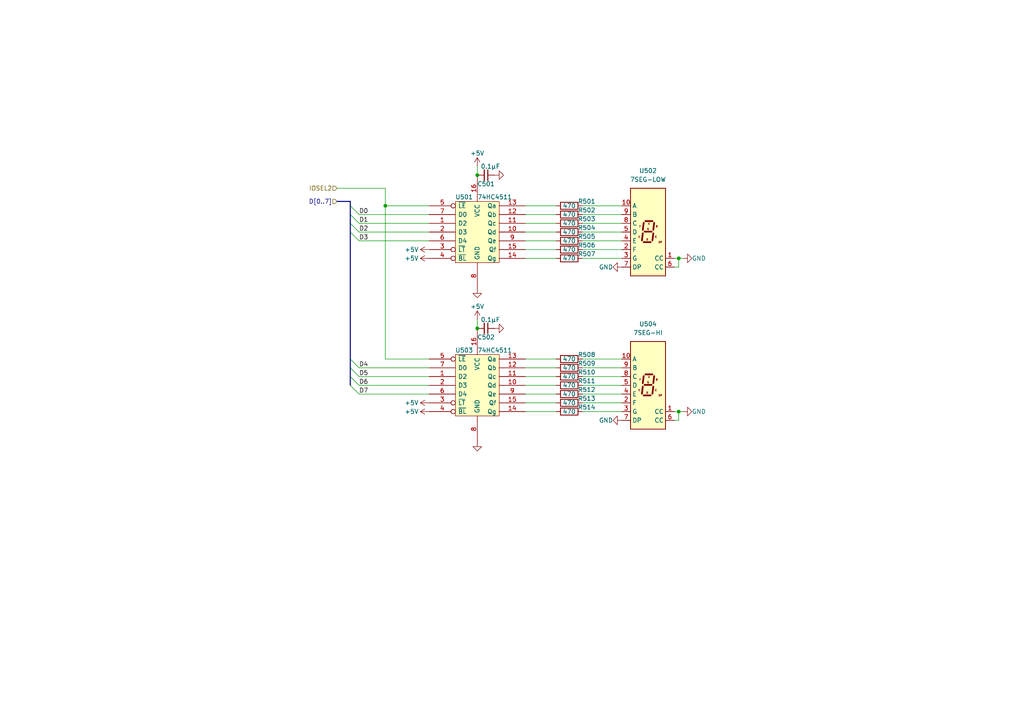
<source format=kicad_sch>
(kicad_sch (version 20211123) (generator eeschema)
  (paper "A4")
  (title_block (title "Computer") (date "2021-02-23") (rev "v1.0") (company "B.W. Harrison") (comment 1 "result in unpredictable data being stored in the latches.") (comment 2 "To reduce the number of ICs, the WR line is not checked. Trying to read the IO port will") (comment 3 "D[0..3] is the low-order digit, D[4..7] is the high-order digit.") (comment 4 "Two seven-segment displays with BCD inputs."))
  (lib_symbols
    (symbol "4xxx_IEEE:74HC4511" (pin_names (offset 0.762))
      (property "Reference" "U" (at -3.81 10.16 0))
      (property "Value" "74HC4511" (at 5.08 10.16 0))
      (symbol "74HC4511_0_1"
        (rectangle (start -6.35 8.89) (end 6.35 -8.89) (fill (type background)))
      )
      (symbol "74HC4511_1_1"
        (pin input line (at -13.97 2.54 0) (length 7.62) (name "D2") (number "1"))
        (pin output line (at 13.97 0 180) (length 7.62) (name "Qd") (number "10"))
        (pin output line (at 13.97 2.54 180) (length 7.62) (name "Qc") (number "11"))
        (pin output line (at 13.97 5.08 180) (length 7.62) (name "Qb") (number "12"))
        (pin output line (at 13.97 7.62 180) (length 7.62) (name "Qa") (number "13"))
        (pin output line (at 13.97 -7.62 180) (length 7.62) (name "Qg") (number "14"))
        (pin output line (at 13.97 -5.08 180) (length 7.62) (name "Qf") (number "15"))
        (pin power_in line (at 0 16.51 270) (length 7.62) (name "VCC") (number "16"))
        (pin input line (at -13.97 0 0) (length 7.62) (name "D3") (number "2"))
        (pin input inverted (at -13.97 -5.08 0) (length 7.62) (name "~{LT}") (number "3"))
        (pin input inverted (at -13.97 -7.62 0) (length 7.62) (name "~{BL}") (number "4"))
        (pin input inverted (at -13.97 7.62 0) (length 7.62) (name "~{LE}") (number "5"))
        (pin input line (at -13.97 -2.54 0) (length 7.62) (name "D4") (number "6"))
        (pin input line (at -13.97 5.08 0) (length 7.62) (name "D0") (number "7"))
        (pin power_in line (at 0 -16.51 90) (length 7.62) (name "GND") (number "8"))
        (pin output line (at 13.97 -2.54 180) (length 7.62) (name "Qe") (number "9"))
      )
    )
    (symbol "Device:C_Small" (pin_numbers hide) (pin_names (offset 0.254) hide)
      (property "Reference" "C" (at 0.254 1.778 0))
      (property "Value" "C_Small" (at 0.254 -2.032 0))
      (symbol "C_Small_0_1"
        (polyline (pts (xy -1.524 -0.508) (xy 1.524 -0.508)) (stroke (width 0.3302)))
        (polyline (pts (xy -1.524 0.508) (xy 1.524 0.508)) (stroke (width 0.3048)))
      )
      (symbol "C_Small_1_1"
        (pin passive line (at 0 2.54 270) (length 2.032) (name "~") (number "1"))
        (pin passive line (at 0 -2.54 90) (length 2.032) (name "~") (number "2"))
      )
    )
    (symbol "Device:R" (pin_numbers hide) (pin_names (offset 0))
      (property "Reference" "R" (at 2.032 0 90))
      (property "Value" "R" (at 0 0 90))
      (symbol "R_0_1"
        (rectangle (start -1.016 -2.54) (end 1.016 2.54) (stroke (width 0.254)))
      )
      (symbol "R_1_1"
        (pin passive line (at 0 3.81 270) (length 1.27) (name "~") (number "1"))
        (pin passive line (at 0 -3.81 90) (length 1.27) (name "~") (number "2"))
      )
    )
    (symbol "Display_Character:HDSP-7503"
      (property "Reference" "U" (at -3.81 13.97 0))
      (property "Value" "HDSP-7503" (at 6.35 13.97 0))
      (symbol "HDSP-7503_1_0"
        (text "A" (at 0.254 2.413 0) (effects (font (size 0.508 0.508))))
        (text "B" (at 2.54 1.651 0) (effects (font (size 0.508 0.508))))
        (text "C" (at 2.286 -1.397 0) (effects (font (size 0.508 0.508))))
        (text "D" (at -0.254 -2.159 0) (effects (font (size 0.508 0.508))))
        (text "DP" (at 3.556 -2.921 0) (effects (font (size 0.508 0.508))))
        (text "E" (at -2.54 -1.397 0) (effects (font (size 0.508 0.508))))
        (text "F" (at -2.286 1.651 0) (effects (font (size 0.508 0.508))))
        (text "G" (at 0 0.889 0) (effects (font (size 0.508 0.508))))
      )
      (symbol "HDSP-7503_1_1"
        (rectangle (start -5.08 12.7) (end 5.08 -12.7) (stroke (width 0.254)) (fill (type background)))
        (polyline (pts (xy -1.524 -0.381) (xy -1.778 -2.413)) (stroke (width 0.508)))
        (polyline (pts (xy -1.27 -2.921) (xy 0.762 -2.921)) (stroke (width 0.508)))
        (polyline (pts (xy -1.27 2.667) (xy -1.524 0.635)) (stroke (width 0.508)))
        (polyline (pts (xy -1.016 0.127) (xy 1.016 0.127)) (stroke (width 0.508)))
        (polyline (pts (xy -0.762 3.175) (xy 1.27 3.175)) (stroke (width 0.508)))
        (polyline (pts (xy 1.524 -0.381) (xy 1.27 -2.413)) (stroke (width 0.508)))
        (polyline (pts (xy 1.778 2.667) (xy 1.524 0.635)) (stroke (width 0.508)))
        (polyline (pts (xy 2.54 -2.921) (xy 2.54 -2.921)) (stroke (width 0.508)))
        (pin input line (at 7.62 -7.62 180) (length 2.54) (name "CC") (number "1"))
        (pin input line (at -7.62 7.62 0) (length 2.54) (name "A") (number "10"))
        (pin input line (at -7.62 -5.08 0) (length 2.54) (name "F") (number "2"))
        (pin input line (at -7.62 -7.62 0) (length 2.54) (name "G") (number "3"))
        (pin input line (at -7.62 -2.54 0) (length 2.54) (name "E") (number "4"))
        (pin input line (at -7.62 0 0) (length 2.54) (name "D") (number "5"))
        (pin input line (at 7.62 -10.16 180) (length 2.54) (name "CC") (number "6"))
        (pin input line (at -7.62 -10.16 0) (length 2.54) (name "DP") (number "7"))
        (pin input line (at -7.62 2.54 0) (length 2.54) (name "C") (number "8"))
        (pin input line (at -7.62 5.08 0) (length 2.54) (name "B") (number "9"))
      )
    )
    (symbol "power:+5V" (power) (pin_names (offset 0))
      (property "Value" "+5V" (at 0 3.556 0))
      (symbol "+5V_0_1"
        (polyline (pts (xy -0.762 1.27) (xy 0 2.54)))
        (polyline (pts (xy 0 0) (xy 0 2.54)))
        (polyline (pts (xy 0 2.54) (xy 0.762 1.27)))
      )
      (symbol "+5V_1_1"
        (pin power_in line (at 0 0 90) (length 0) hide (name "+5V") (number "1"))
      )
    )
    (symbol "power:GND" (power) (pin_names (offset 0))
      (property "Value" "GND" (at 0 -3.81 0))
      (symbol "GND_0_1"
        (polyline (pts (xy 0 0) (xy 0 -1.27) (xy 1.27 -1.27) (xy 0 -2.54) (xy -1.27 -1.27) (xy 0 -1.27)))
      )
      (symbol "GND_1_1"
        (pin power_in line (at 0 0 270) (length 0) hide (name "GND") (number "1"))
      )
    )
  )
  (junction (at 111.76 59.69))
  (junction (at 138.43 95.25))
  (junction (at 196.85 74.93))
  (junction (at 196.85 119.38))
  (junction (at 138.43 50.8))
  (bus_entry (at 101.6 59.69) (size 2.54 2.54))
  (bus_entry (at 101.6 62.23) (size 2.54 2.54))
  (bus_entry (at 101.6 109.22) (size 2.54 2.54))
  (bus_entry (at 101.6 64.77) (size 2.54 2.54))
  (bus_entry (at 101.6 106.68) (size 2.54 2.54))
  (bus_entry (at 101.6 111.76) (size 2.54 2.54))
  (bus_entry (at 101.6 67.31) (size 2.54 2.54))
  (bus_entry (at 101.6 104.14) (size 2.54 2.54))
  (bus (pts (xy 101.6 58.42) (xy 97.79 58.42)))
  (wire (pts (xy 195.58 77.47) (xy 196.85 77.47)))
  (wire (pts (xy 152.4 74.93) (xy 161.29 74.93)))
  (wire (pts (xy 168.91 114.3) (xy 180.34 114.3)))
  (wire (pts (xy 196.85 74.93) (xy 195.58 74.93)))
  (bus (pts (xy 101.6 109.22) (xy 101.6 111.76)))
  (wire (pts (xy 152.4 116.84) (xy 161.29 116.84)))
  (wire (pts (xy 152.4 111.76) (xy 161.29 111.76)))
  (wire (pts (xy 152.4 67.31) (xy 161.29 67.31)))
  (wire (pts (xy 168.91 64.77) (xy 180.34 64.77)))
  (wire (pts (xy 168.91 106.68) (xy 180.34 106.68)))
  (wire (pts (xy 152.4 69.85) (xy 161.29 69.85)))
  (wire (pts (xy 111.76 59.69) (xy 124.46 59.69)))
  (wire (pts (xy 152.4 106.68) (xy 161.29 106.68)))
  (wire (pts (xy 111.76 54.61) (xy 111.76 59.69)))
  (wire (pts (xy 196.85 121.92) (xy 196.85 119.38)))
  (wire (pts (xy 168.91 59.69) (xy 180.34 59.69)))
  (wire (pts (xy 152.4 59.69) (xy 161.29 59.69)))
  (wire (pts (xy 152.4 104.14) (xy 161.29 104.14)))
  (wire (pts (xy 168.91 104.14) (xy 180.34 104.14)))
  (wire (pts (xy 111.76 59.69) (xy 111.76 104.14)))
  (wire (pts (xy 168.91 74.93) (xy 180.34 74.93)))
  (wire (pts (xy 111.76 104.14) (xy 124.46 104.14)))
  (bus (pts (xy 101.6 59.69) (xy 101.6 62.23)))
  (wire (pts (xy 104.14 114.3) (xy 124.46 114.3)))
  (wire (pts (xy 168.91 72.39) (xy 180.34 72.39)))
  (wire (pts (xy 138.43 92.71) (xy 138.43 95.25)))
  (wire (pts (xy 152.4 109.22) (xy 161.29 109.22)))
  (wire (pts (xy 104.14 62.23) (xy 124.46 62.23)))
  (wire (pts (xy 152.4 62.23) (xy 161.29 62.23)))
  (wire (pts (xy 104.14 69.85) (xy 124.46 69.85)))
  (wire (pts (xy 152.4 64.77) (xy 161.29 64.77)))
  (wire (pts (xy 196.85 77.47) (xy 196.85 74.93)))
  (wire (pts (xy 152.4 72.39) (xy 161.29 72.39)))
  (wire (pts (xy 198.12 74.93) (xy 196.85 74.93)))
  (wire (pts (xy 198.12 119.38) (xy 196.85 119.38)))
  (wire (pts (xy 168.91 62.23) (xy 180.34 62.23)))
  (wire (pts (xy 196.85 119.38) (xy 195.58 119.38)))
  (bus (pts (xy 101.6 67.31) (xy 101.6 104.14)))
  (bus (pts (xy 101.6 104.14) (xy 101.6 106.68)))
  (bus (pts (xy 101.6 58.42) (xy 101.6 59.69)))
  (wire (pts (xy 104.14 109.22) (xy 124.46 109.22)))
  (bus (pts (xy 101.6 106.68) (xy 101.6 109.22)))
  (wire (pts (xy 168.91 116.84) (xy 180.34 116.84)))
  (wire (pts (xy 138.43 48.26) (xy 138.43 50.8)))
  (bus (pts (xy 101.6 64.77) (xy 101.6 67.31)))
  (wire (pts (xy 195.58 121.92) (xy 196.85 121.92)))
  (wire (pts (xy 168.91 111.76) (xy 180.34 111.76)))
  (wire (pts (xy 168.91 69.85) (xy 180.34 69.85)))
  (wire (pts (xy 152.4 119.38) (xy 161.29 119.38)))
  (wire (pts (xy 104.14 106.68) (xy 124.46 106.68)))
  (wire (pts (xy 152.4 114.3) (xy 161.29 114.3)))
  (bus (pts (xy 101.6 62.23) (xy 101.6 64.77)))
  (wire (pts (xy 168.91 119.38) (xy 180.34 119.38)))
  (wire (pts (xy 104.14 64.77) (xy 124.46 64.77)))
  (wire (pts (xy 168.91 67.31) (xy 180.34 67.31)))
  (wire (pts (xy 104.14 67.31) (xy 124.46 67.31)))
  (wire (pts (xy 97.79 54.61) (xy 111.76 54.61)))
  (wire (pts (xy 104.14 111.76) (xy 124.46 111.76)))
  (wire (pts (xy 168.91 109.22) (xy 180.34 109.22)))
  (label "D2" (at 104.14 67.31 0))
  (label "D5" (at 104.14 109.22 0))
  (label "D4" (at 104.14 106.68 0))
  (label "D3" (at 104.14 69.85 0))
  (label "D1" (at 104.14 64.77 0))
  (label "D0" (at 104.14 62.23 0))
  (label "D6" (at 104.14 111.76 0))
  (label "D7" (at 104.14 114.3 0))
  (hierarchical_label "IOSEL2" (shape input) (at 97.79 54.61 180))
  (hierarchical_label "D[0..7]" (shape input) (at 97.79 58.42 180))
  (symbol (lib_id "4xxx_IEEE:74HC4511") (at 138.43 67.31 0) (unit 1)
    (property "Reference" "U501" (at 134.62 57.15 0))
    (property "Value" "74HC4511" (at 143.51 57.15 0))
    (property "Footprint" "Package_DIP:DIP-16_W7.62mm_Socket_LongPads" (effects hide))
  )
  (symbol (lib_id "power:+5V") (at 138.43 48.26 0) (unit 1)
    (property "Reference" "#PWR0501" (effects hide))
    (property "Value" "+5V" (at 138.43 44.45 0))
  )
  (symbol (lib_id "power:GND") (at 138.43 83.82 0) (unit 1)
    (property "Reference" "#PWR0507" (effects hide))
    (property "Value" "GND" (effects hide))
  )
  (symbol (lib_id "power:+5V") (at 124.46 72.39 90) (unit 1)
    (property "Reference" "#PWR0503" (effects hide))
    (property "Value" "+5V" (at 119.38 72.39 90))
  )
  (symbol (lib_id "power:+5V") (at 124.46 74.93 90) (unit 1)
    (property "Reference" "#PWR0504" (effects hide))
    (property "Value" "+5V" (at 119.38 74.93 90))
  )
  (symbol (lib_id "Device:C_Small") (at 140.97 50.8 270) (unit 1)
    (property "Reference" "C501" (at 140.97 53.34 90))
    (property "Value" "0.1µF" (at 142.24 48.26 90))
    (property "Footprint" "Capacitor_THT:C_Disc_D5.0mm_W2.5mm_P2.50mm" (effects hide))
  )
  (symbol (lib_id "power:GND") (at 143.51 50.8 90) (unit 1)
    (property "Reference" "#PWR0502" (effects hide))
    (property "Value" "GND" (effects hide))
  )
  (symbol (lib_id "4xxx_IEEE:74HC4511") (at 138.43 111.76 0) (unit 1)
    (property "Reference" "U503" (at 134.62 101.6 0))
    (property "Value" "74HC4511" (at 143.51 101.6 0))
    (property "Footprint" "Package_DIP:DIP-16_W7.62mm_Socket_LongPads" (effects hide))
  )
  (symbol (lib_id "power:+5V") (at 138.43 92.71 0) (unit 1)
    (property "Reference" "#PWR0508" (effects hide))
    (property "Value" "+5V" (at 138.43 88.9 0))
  )
  (symbol (lib_id "power:GND") (at 138.43 128.27 0) (unit 1)
    (property "Reference" "#PWR0514" (effects hide))
    (property "Value" "GND" (effects hide))
  )
  (symbol (lib_id "power:+5V") (at 124.46 116.84 90) (unit 1)
    (property "Reference" "#PWR0510" (effects hide))
    (property "Value" "+5V" (at 119.38 116.84 90))
  )
  (symbol (lib_id "power:+5V") (at 124.46 119.38 90) (unit 1)
    (property "Reference" "#PWR0511" (effects hide))
    (property "Value" "+5V" (at 119.38 119.38 90))
  )
  (symbol (lib_id "Device:C_Small") (at 140.97 95.25 270) (unit 1)
    (property "Reference" "C502" (at 140.97 97.79 90))
    (property "Value" "0.1µF" (at 142.24 92.71 90))
    (property "Footprint" "Capacitor_THT:C_Disc_D5.0mm_W2.5mm_P2.50mm" (effects hide))
  )
  (symbol (lib_id "power:GND") (at 143.51 95.25 90) (unit 1)
    (property "Reference" "#PWR0509" (effects hide))
    (property "Value" "GND" (effects hide))
  )
  (symbol (lib_id "Display_Character:HDSP-7503") (at 187.96 67.31 0) (unit 1)
    (property "Reference" "U502" (at 187.96 49.53 0))
    (property "Value" "7SEG-LOW" (at 187.96 52.07 0))
    (property "Footprint" "Display_7Segment:HDSP-A151" (effects hide))
    (property "Datasheet" "https://docs.broadcom.com/docs/AV02-2553EN" (effects hide))
  )
  (symbol (lib_id "Display_Character:HDSP-7503") (at 187.96 111.76 0) (unit 1)
    (property "Reference" "U504" (at 187.96 93.98 0))
    (property "Value" "7SEG-HI" (at 187.96 96.52 0))
    (property "Footprint" "Display_7Segment:HDSP-A151" (effects hide))
    (property "Datasheet" "https://docs.broadcom.com/docs/AV02-2553EN" (effects hide))
  )
  (symbol (lib_id "power:GND") (at 180.34 77.47 270) (unit 1)
    (property "Reference" "#PWR0506" (effects hide))
    (property "Value" "GND" (at 177.8 77.47 90) (effects (justify right)))
  )
  (symbol (lib_id "power:GND") (at 198.12 74.93 90) (unit 1)
    (property "Reference" "#PWR0505" (effects hide))
    (property "Value" "GND" (at 200.66 74.93 90) (effects (justify right)))
  )
  (symbol (lib_id "power:GND") (at 198.12 119.38 90) (unit 1)
    (property "Reference" "#PWR0512" (effects hide))
    (property "Value" "GND" (at 200.66 119.38 90) (effects (justify right)))
  )
  (symbol (lib_id "power:GND") (at 180.34 121.92 270) (unit 1)
    (property "Reference" "#PWR0513" (effects hide))
    (property "Value" "GND" (at 177.8 121.92 90) (effects (justify right)))
  )
  (symbol (lib_id "Device:R") (at 165.1 104.14 270) (unit 1)
    (property "Reference" "R508" (at 170.18 102.87 90))
    (property "Value" "470" (at 165.1 104.14 90))
    (property "Footprint" "Resistor_THT:R_Axial_DIN0207_L6.3mm_D2.5mm_P10.16mm_Horizontal" (effects hide))
  )
  (symbol (lib_id "Device:R") (at 165.1 106.68 270) (unit 1)
    (property "Reference" "R509" (at 170.18 105.41 90))
    (property "Value" "470" (at 165.1 106.68 90))
    (property "Footprint" "Resistor_THT:R_Axial_DIN0207_L6.3mm_D2.5mm_P10.16mm_Horizontal" (effects hide))
  )
  (symbol (lib_id "Device:R") (at 165.1 109.22 270) (unit 1)
    (property "Reference" "R510" (at 170.18 107.95 90))
    (property "Value" "470" (at 165.1 109.22 90))
    (property "Footprint" "Resistor_THT:R_Axial_DIN0207_L6.3mm_D2.5mm_P10.16mm_Horizontal" (effects hide))
  )
  (symbol (lib_id "Device:R") (at 165.1 111.76 270) (unit 1)
    (property "Reference" "R511" (at 170.18 110.49 90))
    (property "Value" "470" (at 165.1 111.76 90))
    (property "Footprint" "Resistor_THT:R_Axial_DIN0207_L6.3mm_D2.5mm_P10.16mm_Horizontal" (effects hide))
  )
  (symbol (lib_id "Device:R") (at 165.1 114.3 270) (unit 1)
    (property "Reference" "R512" (at 170.18 113.03 90))
    (property "Value" "470" (at 165.1 114.3 90))
    (property "Footprint" "Resistor_THT:R_Axial_DIN0207_L6.3mm_D2.5mm_P10.16mm_Horizontal" (effects hide))
  )
  (symbol (lib_id "Device:R") (at 165.1 116.84 270) (unit 1)
    (property "Reference" "R513" (at 170.18 115.57 90))
    (property "Value" "470" (at 165.1 116.84 90))
    (property "Footprint" "Resistor_THT:R_Axial_DIN0207_L6.3mm_D2.5mm_P10.16mm_Horizontal" (effects hide))
  )
  (symbol (lib_id "Device:R") (at 165.1 119.38 270) (unit 1)
    (property "Reference" "R514" (at 170.18 118.11 90))
    (property "Value" "470" (at 165.1 119.38 90))
    (property "Footprint" "Resistor_THT:R_Axial_DIN0207_L6.3mm_D2.5mm_P10.16mm_Horizontal" (effects hide))
  )
  (symbol (lib_id "Device:R") (at 165.1 59.69 270) (unit 1)
    (property "Reference" "R501" (at 170.18 58.42 90))
    (property "Value" "470" (at 165.1 59.69 90))
    (property "Footprint" "Resistor_THT:R_Axial_DIN0207_L6.3mm_D2.5mm_P10.16mm_Horizontal" (effects hide))
  )
  (symbol (lib_id "Device:R") (at 165.1 62.23 270) (unit 1)
    (property "Reference" "R502" (at 170.18 60.96 90))
    (property "Value" "470" (at 165.1 62.23 90))
    (property "Footprint" "Resistor_THT:R_Axial_DIN0207_L6.3mm_D2.5mm_P10.16mm_Horizontal" (effects hide))
  )
  (symbol (lib_id "Device:R") (at 165.1 64.77 270) (unit 1)
    (property "Reference" "R503" (at 170.18 63.5 90))
    (property "Value" "470" (at 165.1 64.77 90))
    (property "Footprint" "Resistor_THT:R_Axial_DIN0207_L6.3mm_D2.5mm_P10.16mm_Horizontal" (effects hide))
  )
  (symbol (lib_id "Device:R") (at 165.1 67.31 270) (unit 1)
    (property "Reference" "R504" (at 170.18 66.04 90))
    (property "Value" "470" (at 165.1 67.31 90))
    (property "Footprint" "Resistor_THT:R_Axial_DIN0207_L6.3mm_D2.5mm_P10.16mm_Horizontal" (effects hide))
  )
  (symbol (lib_id "Device:R") (at 165.1 69.85 270) (unit 1)
    (property "Reference" "R505" (at 170.18 68.58 90))
    (property "Value" "470" (at 165.1 69.85 90))
    (property "Footprint" "Resistor_THT:R_Axial_DIN0207_L6.3mm_D2.5mm_P10.16mm_Horizontal" (effects hide))
  )
  (symbol (lib_id "Device:R") (at 165.1 72.39 270) (unit 1)
    (property "Reference" "R506" (at 170.18 71.12 90))
    (property "Value" "470" (at 165.1 72.39 90))
    (property "Footprint" "Resistor_THT:R_Axial_DIN0207_L6.3mm_D2.5mm_P10.16mm_Horizontal" (effects hide))
  )
  (symbol (lib_id "Device:R") (at 165.1 74.93 270) (unit 1)
    (property "Reference" "R507" (at 170.18 73.66 90))
    (property "Value" "470" (at 165.1 74.93 90))
    (property "Footprint" "Resistor_THT:R_Axial_DIN0207_L6.3mm_D2.5mm_P10.16mm_Horizontal" (effects hide))
  )
)
</source>
